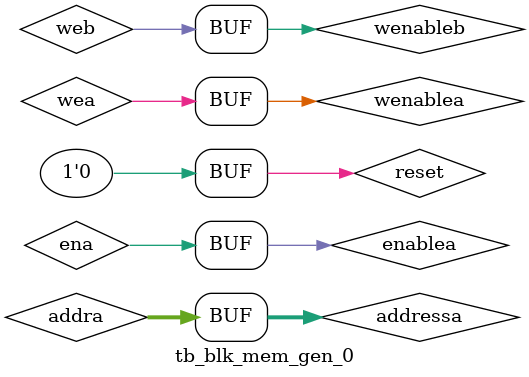
<source format=v>
`timescale 1ns / 1ps


module tb_blk_mem_gen_0(

    );

    reg reset;
    initial begin
        reset = 1;
        #15
        reset = 0;
    end

    wire clka;
    wire clkb;

    clock clock_a(
        .clk_50M(clka)
    );

    clock clock_b(
        .clk_50M(clkb)
    );

    wire ena;
    reg enablea;
    assign ena = enablea;
    wire wea;
    reg wenablea;
    assign wea = wenablea;
    wire [3 : 0] addra;
    reg [3 : 0] addressa;
    assign addra = addressa;
    wire [15 : 0] dina;
    reg [15 : 0] dataina;
    assign dina = dataina;
    wire [15 : 0] douta;

    wire enb;
    reg enableb;
    assign enb = enableb;
    wire web;
    reg wenableb;
    assign web = wenableb;
    wire [3 : 0] addrb;
    reg [3 : 0] addressb;
    assign addrb = addressb;
    wire [15 : 0] dinb;
    reg [15 : 0] datainb;
    assign dinb = datainb;
    wire [15 : 0] doutb;

    blk_mem_gen_0 blk_mem_gen (
    .clka(clka),    // input wire clka
    .ena(ena),      // input wire ena
    .wea(wea),      // input wire [0 : 0] wea
    .addra(addra),  // input wire [3 : 0] addra
    .dina(dina),    // input wire [15 : 0] dina
    .douta(douta),  // output wire [15 : 0] douta
    .clkb(clkb),    // input wire clkb
    .enb(enb),      // input wire enb
    .web(web),      // input wire [0 : 0] web
    .addrb(addrb),  // input wire [3 : 0] addrb
    .dinb(dinb),    // input wire [15 : 0] dinb
    .doutb(doutb)  // output wire [15 : 0] doutb
    );

    always @ (posedge clka) begin
        if (reset) begin
            enablea <= 0;
            enableb <= 0;
            wenablea <= 0;
            wenableb <= 0;
            addressa <= 0;
            addressb <= 1;
            dataina <= 0;
            datainb <= 0;
        end
        else if (!enablea) begin
            enablea <= 1;
            enableb <= 1;
            wenablea <= 1;
        end
        else begin
            addressa <= addressa + 1;
            addressb <= addressb + 1;
            dataina <= dataina + 1;
        end
    end
endmodule

</source>
